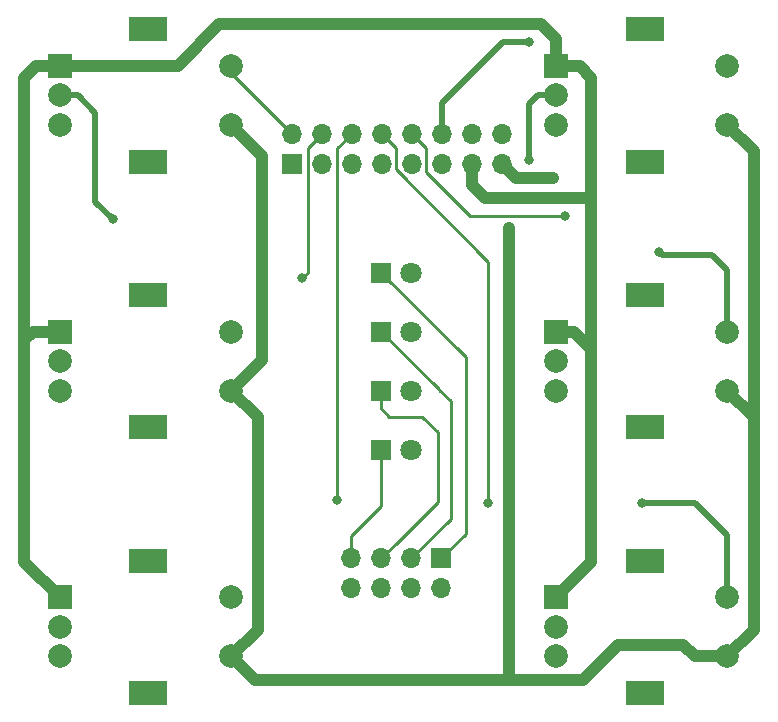
<source format=gtl>
%TF.GenerationSoftware,KiCad,Pcbnew,7.0.5*%
%TF.CreationDate,2023-07-13T08:51:00+02:00*%
%TF.ProjectId,Encoder-Holder,456e636f-6465-4722-9d48-6f6c6465722e,rev?*%
%TF.SameCoordinates,Original*%
%TF.FileFunction,Copper,L1,Top*%
%TF.FilePolarity,Positive*%
%FSLAX46Y46*%
G04 Gerber Fmt 4.6, Leading zero omitted, Abs format (unit mm)*
G04 Created by KiCad (PCBNEW 7.0.5) date 2023-07-13 08:51:00*
%MOMM*%
%LPD*%
G01*
G04 APERTURE LIST*
%TA.AperFunction,ComponentPad*%
%ADD10R,2.000000X2.000000*%
%TD*%
%TA.AperFunction,ComponentPad*%
%ADD11C,2.000000*%
%TD*%
%TA.AperFunction,ComponentPad*%
%ADD12R,3.200000X2.000000*%
%TD*%
%TA.AperFunction,ComponentPad*%
%ADD13R,1.700000X1.700000*%
%TD*%
%TA.AperFunction,ComponentPad*%
%ADD14O,1.700000X1.700000*%
%TD*%
%TA.AperFunction,ComponentPad*%
%ADD15R,1.800000X1.800000*%
%TD*%
%TA.AperFunction,ComponentPad*%
%ADD16C,1.800000*%
%TD*%
%TA.AperFunction,ViaPad*%
%ADD17C,0.800000*%
%TD*%
%TA.AperFunction,Conductor*%
%ADD18C,0.250000*%
%TD*%
%TA.AperFunction,Conductor*%
%ADD19C,0.500000*%
%TD*%
%TA.AperFunction,Conductor*%
%ADD20C,1.000000*%
%TD*%
G04 APERTURE END LIST*
D10*
%TO.P,SW5,A,A*%
%TO.N,Net-(J1-Pin_13)*%
X146000000Y-77500000D03*
D11*
%TO.P,SW5,B,B*%
%TO.N,Net-(J1-Pin_14)*%
X146000000Y-82500000D03*
%TO.P,SW5,C,C*%
%TO.N,Net-(J1-Pin_9)*%
X146000000Y-80000000D03*
D12*
%TO.P,SW5,MP*%
%TO.N,N/C*%
X153500000Y-74400000D03*
X153500000Y-85600000D03*
D11*
%TO.P,SW5,S1,S1*%
%TO.N,Net-(J1-Pin_15)*%
X160500000Y-82500000D03*
%TO.P,SW5,S2,S2*%
%TO.N,Net-(J1-Pin_10)*%
X160500000Y-77500000D03*
%TD*%
D10*
%TO.P,SW3,A,A*%
%TO.N,Net-(J1-Pin_13)*%
X104000000Y-100000000D03*
D11*
%TO.P,SW3,B,B*%
%TO.N,Net-(J1-Pin_14)*%
X104000000Y-105000000D03*
%TO.P,SW3,C,C*%
%TO.N,Net-(J1-Pin_5)*%
X104000000Y-102500000D03*
D12*
%TO.P,SW3,MP*%
%TO.N,N/C*%
X111500000Y-96900000D03*
X111500000Y-108100000D03*
D11*
%TO.P,SW3,S1,S1*%
%TO.N,Net-(J1-Pin_15)*%
X118500000Y-105000000D03*
%TO.P,SW3,S2,S2*%
%TO.N,Net-(J1-Pin_6)*%
X118500000Y-100000000D03*
%TD*%
D13*
%TO.P,J2,1,Pin_1*%
%TO.N,Net-(D1-K)*%
X136290000Y-96710000D03*
D14*
%TO.P,J2,2,Pin_2*%
%TO.N,Net-(D1-A)*%
X136290000Y-99250000D03*
%TO.P,J2,3,Pin_3*%
%TO.N,Net-(D2-K)*%
X133750000Y-96710000D03*
%TO.P,J2,4,Pin_4*%
%TO.N,Net-(D2-A)*%
X133750000Y-99250000D03*
%TO.P,J2,5,Pin_5*%
%TO.N,Net-(D3-K)*%
X131210000Y-96710000D03*
%TO.P,J2,6,Pin_6*%
%TO.N,Net-(D3-A)*%
X131210000Y-99250000D03*
%TO.P,J2,7,Pin_7*%
%TO.N,Net-(D4-K)*%
X128670000Y-96710000D03*
%TO.P,J2,8,Pin_8*%
%TO.N,Net-(D4-A)*%
X128670000Y-99250000D03*
%TD*%
D10*
%TO.P,SW1,A,A*%
%TO.N,Net-(J1-Pin_13)*%
X104000000Y-55000000D03*
D11*
%TO.P,SW1,B,B*%
%TO.N,Net-(J1-Pin_14)*%
X104000000Y-60000000D03*
%TO.P,SW1,C,C*%
%TO.N,Net-(J1-Pin_1)*%
X104000000Y-57500000D03*
D12*
%TO.P,SW1,MP*%
%TO.N,N/C*%
X111500000Y-51900000D03*
X111500000Y-63100000D03*
D11*
%TO.P,SW1,S1,S1*%
%TO.N,Net-(J1-Pin_15)*%
X118500000Y-60000000D03*
%TO.P,SW1,S2,S2*%
%TO.N,Net-(J1-Pin_2)*%
X118500000Y-55000000D03*
%TD*%
D10*
%TO.P,SW2,A,A*%
%TO.N,Net-(J1-Pin_13)*%
X104000000Y-77500000D03*
D11*
%TO.P,SW2,B,B*%
%TO.N,Net-(J1-Pin_14)*%
X104000000Y-82500000D03*
%TO.P,SW2,C,C*%
%TO.N,Net-(J1-Pin_3)*%
X104000000Y-80000000D03*
D12*
%TO.P,SW2,MP*%
%TO.N,N/C*%
X111500000Y-74400000D03*
X111500000Y-85600000D03*
D11*
%TO.P,SW2,S1,S1*%
%TO.N,Net-(J1-Pin_15)*%
X118500000Y-82500000D03*
%TO.P,SW2,S2,S2*%
%TO.N,Net-(J1-Pin_4)*%
X118500000Y-77500000D03*
%TD*%
D15*
%TO.P,D2,1,K*%
%TO.N,Net-(D2-K)*%
X131210000Y-77500000D03*
D16*
%TO.P,D2,2,A*%
%TO.N,Net-(D2-A)*%
X133750000Y-77500000D03*
%TD*%
D15*
%TO.P,D3,1,K*%
%TO.N,Net-(D3-K)*%
X131210000Y-82500000D03*
D16*
%TO.P,D3,2,A*%
%TO.N,Net-(D3-A)*%
X133750000Y-82500000D03*
%TD*%
D15*
%TO.P,D4,1,K*%
%TO.N,Net-(D4-K)*%
X131225000Y-87500000D03*
D16*
%TO.P,D4,2,A*%
%TO.N,Net-(D4-A)*%
X133765000Y-87500000D03*
%TD*%
D15*
%TO.P,D1,1,K*%
%TO.N,Net-(D1-K)*%
X131210000Y-72500000D03*
D16*
%TO.P,D1,2,A*%
%TO.N,Net-(D1-A)*%
X133750000Y-72500000D03*
%TD*%
D10*
%TO.P,SW6,A,A*%
%TO.N,Net-(J1-Pin_13)*%
X146000000Y-100000000D03*
D11*
%TO.P,SW6,B,B*%
%TO.N,Net-(J1-Pin_14)*%
X146000000Y-105000000D03*
%TO.P,SW6,C,C*%
%TO.N,Net-(J1-Pin_7)*%
X146000000Y-102500000D03*
D12*
%TO.P,SW6,MP*%
%TO.N,N/C*%
X153500000Y-96900000D03*
X153500000Y-108100000D03*
D11*
%TO.P,SW6,S1,S1*%
%TO.N,Net-(J1-Pin_15)*%
X160500000Y-105000000D03*
%TO.P,SW6,S2,S2*%
%TO.N,Net-(J1-Pin_8)*%
X160500000Y-100000000D03*
%TD*%
D13*
%TO.P,J1,1,Pin_1*%
%TO.N,Net-(J1-Pin_1)*%
X123625000Y-63290000D03*
D14*
%TO.P,J1,2,Pin_2*%
%TO.N,Net-(J1-Pin_2)*%
X123625000Y-60750000D03*
%TO.P,J1,3,Pin_3*%
%TO.N,Net-(J1-Pin_3)*%
X126165000Y-63290000D03*
%TO.P,J1,4,Pin_4*%
%TO.N,Net-(J1-Pin_4)*%
X126165000Y-60750000D03*
%TO.P,J1,5,Pin_5*%
%TO.N,Net-(J1-Pin_5)*%
X128705000Y-63290000D03*
%TO.P,J1,6,Pin_6*%
%TO.N,Net-(J1-Pin_6)*%
X128705000Y-60750000D03*
%TO.P,J1,7,Pin_7*%
%TO.N,Net-(J1-Pin_7)*%
X131245000Y-63290000D03*
%TO.P,J1,8,Pin_8*%
%TO.N,Net-(J1-Pin_8)*%
X131245000Y-60750000D03*
%TO.P,J1,9,Pin_9*%
%TO.N,Net-(J1-Pin_9)*%
X133785000Y-63290000D03*
%TO.P,J1,10,Pin_10*%
%TO.N,Net-(J1-Pin_10)*%
X133785000Y-60750000D03*
%TO.P,J1,11,Pin_11*%
%TO.N,Net-(J1-Pin_11)*%
X136325000Y-63290000D03*
%TO.P,J1,12,Pin_12*%
%TO.N,Net-(J1-Pin_12)*%
X136325000Y-60750000D03*
%TO.P,J1,13,Pin_13*%
%TO.N,Net-(J1-Pin_13)*%
X138865000Y-63290000D03*
%TO.P,J1,14,Pin_14*%
%TO.N,Net-(J1-Pin_14)*%
X138865000Y-60750000D03*
%TO.P,J1,15,Pin_15*%
%TO.N,Net-(J1-Pin_15)*%
X141405000Y-63290000D03*
%TO.P,J1,16,Pin_16*%
%TO.N,unconnected-(J1-Pin_16-Pad16)*%
X141405000Y-60750000D03*
%TD*%
D10*
%TO.P,SW4,A,A*%
%TO.N,Net-(J1-Pin_13)*%
X146000000Y-55000000D03*
D11*
%TO.P,SW4,B,B*%
%TO.N,Net-(J1-Pin_14)*%
X146000000Y-60000000D03*
%TO.P,SW4,C,C*%
%TO.N,Net-(J1-Pin_11)*%
X146000000Y-57500000D03*
D12*
%TO.P,SW4,MP*%
%TO.N,N/C*%
X153500000Y-51900000D03*
X153500000Y-63100000D03*
D11*
%TO.P,SW4,S1,S1*%
%TO.N,Net-(J1-Pin_15)*%
X160500000Y-60000000D03*
%TO.P,SW4,S2,S2*%
%TO.N,Net-(J1-Pin_12)*%
X160500000Y-55000000D03*
%TD*%
D17*
%TO.N,Net-(J1-Pin_1)*%
X108500000Y-68000000D03*
%TO.N,Net-(J1-Pin_4)*%
X124500000Y-73000000D03*
%TO.N,Net-(J1-Pin_6)*%
X127500000Y-91750000D03*
%TO.N,Net-(J1-Pin_8)*%
X153250000Y-92000000D03*
X140250000Y-92000000D03*
%TO.N,Net-(J1-Pin_10)*%
X154750000Y-70750000D03*
X146750000Y-67750000D03*
%TO.N,Net-(J1-Pin_11)*%
X143750000Y-63000000D03*
%TO.N,Net-(J1-Pin_12)*%
X143750000Y-53000000D03*
%TO.N,Net-(J1-Pin_15)*%
X142000000Y-68750000D03*
X145750000Y-64500000D03*
%TD*%
D18*
%TO.N,Net-(D1-K)*%
X138400000Y-94600000D02*
X136290000Y-96710000D01*
X138400000Y-79690000D02*
X138400000Y-94600000D01*
X131210000Y-72500000D02*
X138400000Y-79690000D01*
%TO.N,Net-(D2-K)*%
X133750000Y-96710000D02*
X137100000Y-93360000D01*
X136110000Y-82410000D02*
X137100000Y-83400000D01*
X136110000Y-82400000D02*
X136110000Y-82410000D01*
X137100000Y-93360000D02*
X137100000Y-83400000D01*
X131210000Y-77500000D02*
X136110000Y-82400000D01*
%TO.N,Net-(D3-K)*%
X134700000Y-84700000D02*
X136000000Y-86000000D01*
X131210000Y-82500000D02*
X131210000Y-84010000D01*
X131900000Y-84700000D02*
X134700000Y-84700000D01*
X136000000Y-86000000D02*
X136000000Y-91900000D01*
X132540000Y-95360000D02*
X132540000Y-95380000D01*
X132540000Y-95380000D02*
X131210000Y-96710000D01*
X136000000Y-91900000D02*
X132540000Y-95360000D01*
X131210000Y-84010000D02*
X131900000Y-84700000D01*
%TO.N,Net-(D4-K)*%
X131225000Y-87500000D02*
X131225000Y-92275000D01*
X131225000Y-92275000D02*
X128670000Y-94830000D01*
X128670000Y-94830000D02*
X128670000Y-96710000D01*
D19*
%TO.N,Net-(J1-Pin_1)*%
X105500000Y-57500000D02*
X107000000Y-59000000D01*
X107000000Y-66500000D02*
X107000000Y-59000000D01*
X108500000Y-68000000D02*
X107000000Y-66500000D01*
X104000000Y-57500000D02*
X105500000Y-57500000D01*
D18*
%TO.N,Net-(J1-Pin_2)*%
X118500000Y-55625000D02*
X118500000Y-55000000D01*
X123625000Y-60750000D02*
X118500000Y-55625000D01*
%TO.N,Net-(J1-Pin_4)*%
X124990000Y-61925000D02*
X126165000Y-60750000D01*
X124500000Y-73000000D02*
X124990000Y-72510000D01*
X124990000Y-72510000D02*
X124990000Y-61925000D01*
%TO.N,Net-(J1-Pin_6)*%
X127500000Y-91750000D02*
X127500000Y-61955000D01*
X127500000Y-61955000D02*
X128705000Y-60750000D01*
D19*
%TO.N,Net-(J1-Pin_8)*%
X160500000Y-94750000D02*
X157750000Y-92000000D01*
D18*
X132420000Y-63776701D02*
X132420000Y-61925000D01*
X132420000Y-61925000D02*
X131245000Y-60750000D01*
X140250000Y-71606701D02*
X132420000Y-63776701D01*
X140250000Y-92000000D02*
X140250000Y-71606701D01*
D19*
X157750000Y-92000000D02*
X153250000Y-92000000D01*
X160500000Y-100000000D02*
X160500000Y-94750000D01*
%TO.N,Net-(J1-Pin_10)*%
X159250000Y-71000000D02*
X155000000Y-71000000D01*
D18*
X134960000Y-61925000D02*
X134960000Y-63960000D01*
X138750000Y-67750000D02*
X146750000Y-67750000D01*
X133785000Y-60750000D02*
X134960000Y-61925000D01*
D19*
X155000000Y-71000000D02*
X154750000Y-70750000D01*
X160500000Y-77500000D02*
X160500000Y-72250000D01*
X160500000Y-72250000D02*
X159250000Y-71000000D01*
D18*
X134960000Y-63960000D02*
X138750000Y-67750000D01*
D19*
%TO.N,Net-(J1-Pin_11)*%
X144500000Y-57500000D02*
X143750000Y-58250000D01*
X146000000Y-57500000D02*
X144500000Y-57500000D01*
X143750000Y-58250000D02*
X143750000Y-63000000D01*
%TO.N,Net-(J1-Pin_12)*%
X136325000Y-60750000D02*
X136325000Y-58175000D01*
X136325000Y-58175000D02*
X141500000Y-53000000D01*
X141500000Y-53000000D02*
X143750000Y-53000000D01*
D20*
%TO.N,Net-(J1-Pin_13)*%
X114000000Y-55000000D02*
X104000000Y-55000000D01*
X102000000Y-55000000D02*
X101000000Y-56000000D01*
X138865000Y-65065000D02*
X140000000Y-66200000D01*
X104000000Y-77500000D02*
X101750000Y-77500000D01*
X144750000Y-51500000D02*
X117500000Y-51500000D01*
X101750000Y-77500000D02*
X101000000Y-78250000D01*
X149000000Y-79000000D02*
X147500000Y-77500000D01*
X146000000Y-55000000D02*
X146000000Y-52750000D01*
X147500000Y-77500000D02*
X146000000Y-77500000D01*
X149000000Y-97000000D02*
X149000000Y-79000000D01*
X140000000Y-66200000D02*
X149000000Y-66200000D01*
X101000000Y-56000000D02*
X101000000Y-78250000D01*
X104000000Y-55000000D02*
X102000000Y-55000000D01*
X101000000Y-97000000D02*
X104000000Y-100000000D01*
X101000000Y-78250000D02*
X101000000Y-97000000D01*
X117500000Y-51500000D02*
X114000000Y-55000000D01*
X138865000Y-63290000D02*
X138865000Y-65065000D01*
X149000000Y-63500000D02*
X149000000Y-56000000D01*
X148000000Y-55000000D02*
X146000000Y-55000000D01*
X149000000Y-66200000D02*
X149000000Y-63500000D01*
X146000000Y-52750000D02*
X144750000Y-51500000D01*
X149000000Y-56000000D02*
X148000000Y-55000000D01*
X149000000Y-79000000D02*
X149000000Y-66200000D01*
X146000000Y-100000000D02*
X149000000Y-97000000D01*
%TO.N,Net-(J1-Pin_15)*%
X140750000Y-107000000D02*
X142000000Y-107000000D01*
X120750000Y-102750000D02*
X120750000Y-84750000D01*
X121100000Y-79900000D02*
X121100000Y-62600000D01*
X162750000Y-102750000D02*
X162750000Y-84750000D01*
X151250000Y-104000000D02*
X156750000Y-104000000D01*
X141405000Y-63290000D02*
X142615000Y-64500000D01*
X142000000Y-68750000D02*
X142000000Y-107000000D01*
X120500000Y-107000000D02*
X140750000Y-107000000D01*
X162750000Y-84750000D02*
X160500000Y-82500000D01*
X162750000Y-62250000D02*
X162750000Y-84750000D01*
X142615000Y-64500000D02*
X145750000Y-64500000D01*
X120750000Y-84750000D02*
X118500000Y-82500000D01*
X148250000Y-107000000D02*
X151250000Y-104000000D01*
X157750000Y-105000000D02*
X160500000Y-105000000D01*
X142000000Y-107000000D02*
X148250000Y-107000000D01*
X118500000Y-105000000D02*
X120750000Y-102750000D01*
X118500000Y-60000000D02*
X121100000Y-62600000D01*
X118500000Y-82500000D02*
X121100000Y-79900000D01*
X156750000Y-104000000D02*
X157750000Y-105000000D01*
X118500000Y-105000000D02*
X120500000Y-107000000D01*
X160500000Y-60000000D02*
X162750000Y-62250000D01*
X160500000Y-105000000D02*
X162750000Y-102750000D01*
%TD*%
M02*

</source>
